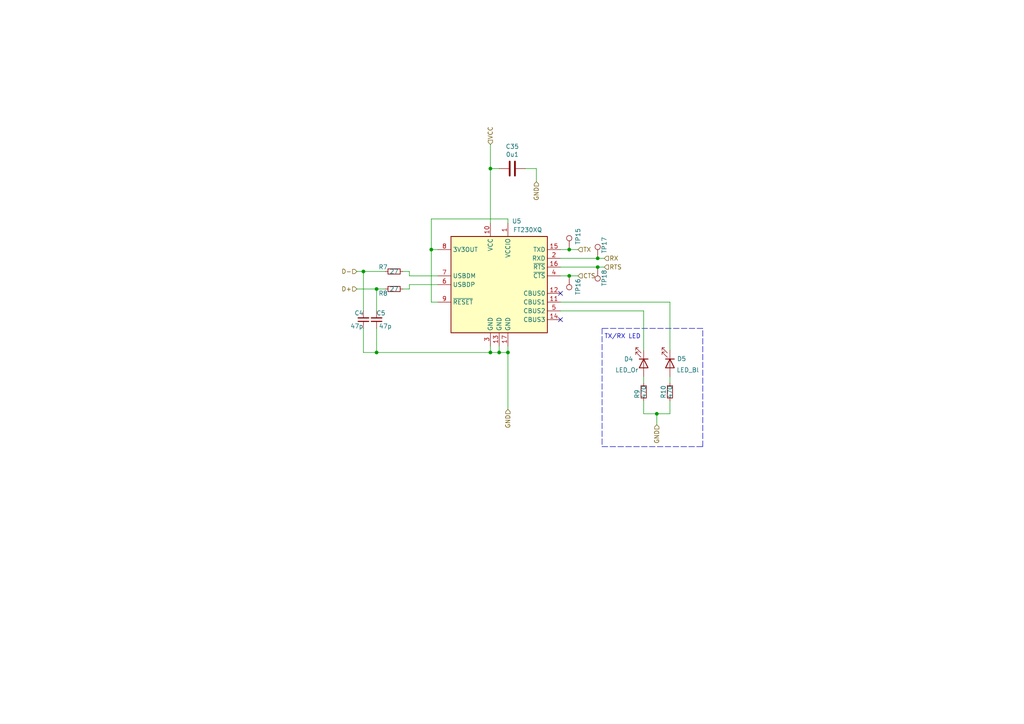
<source format=kicad_sch>
(kicad_sch (version 20211123) (generator eeschema)

  (uuid 03a9db64-1458-4e3a-9908-a4b898594b93)

  (paper "A4")

  (title_block
    (title "CDH_ECU")
    (date "2022-03-06")
    (rev "1.2.3")
    (company "Daniel Edwards")
    (comment 1 "Chinese Diesel Heater - modern ECU replacement")
  )

  (lib_symbols
    (symbol "Connector:TestPoint" (pin_numbers hide) (pin_names (offset 0.762) hide) (in_bom yes) (on_board yes)
      (property "Reference" "TP" (id 0) (at 0 6.858 0)
        (effects (font (size 1.27 1.27)))
      )
      (property "Value" "TestPoint" (id 1) (at 0 5.08 0)
        (effects (font (size 1.27 1.27)))
      )
      (property "Footprint" "" (id 2) (at 5.08 0 0)
        (effects (font (size 1.27 1.27)) hide)
      )
      (property "Datasheet" "~" (id 3) (at 5.08 0 0)
        (effects (font (size 1.27 1.27)) hide)
      )
      (property "ki_keywords" "test point tp" (id 4) (at 0 0 0)
        (effects (font (size 1.27 1.27)) hide)
      )
      (property "ki_description" "test point" (id 5) (at 0 0 0)
        (effects (font (size 1.27 1.27)) hide)
      )
      (property "ki_fp_filters" "Pin* Test*" (id 6) (at 0 0 0)
        (effects (font (size 1.27 1.27)) hide)
      )
      (symbol "TestPoint_0_1"
        (circle (center 0 3.302) (radius 0.762)
          (stroke (width 0) (type default) (color 0 0 0 0))
          (fill (type none))
        )
      )
      (symbol "TestPoint_1_1"
        (pin passive line (at 0 0 90) (length 2.54)
          (name "1" (effects (font (size 1.27 1.27))))
          (number "1" (effects (font (size 1.27 1.27))))
        )
      )
    )
    (symbol "Device:C" (pin_numbers hide) (pin_names (offset 0.254)) (in_bom yes) (on_board yes)
      (property "Reference" "C" (id 0) (at 0.635 2.54 0)
        (effects (font (size 1.27 1.27)) (justify left))
      )
      (property "Value" "C" (id 1) (at 0.635 -2.54 0)
        (effects (font (size 1.27 1.27)) (justify left))
      )
      (property "Footprint" "" (id 2) (at 0.9652 -3.81 0)
        (effects (font (size 1.27 1.27)) hide)
      )
      (property "Datasheet" "~" (id 3) (at 0 0 0)
        (effects (font (size 1.27 1.27)) hide)
      )
      (property "ki_keywords" "cap capacitor" (id 4) (at 0 0 0)
        (effects (font (size 1.27 1.27)) hide)
      )
      (property "ki_description" "Unpolarized capacitor" (id 5) (at 0 0 0)
        (effects (font (size 1.27 1.27)) hide)
      )
      (property "ki_fp_filters" "C_*" (id 6) (at 0 0 0)
        (effects (font (size 1.27 1.27)) hide)
      )
      (symbol "C_0_1"
        (polyline
          (pts
            (xy -2.032 -0.762)
            (xy 2.032 -0.762)
          )
          (stroke (width 0.508) (type default) (color 0 0 0 0))
          (fill (type none))
        )
        (polyline
          (pts
            (xy -2.032 0.762)
            (xy 2.032 0.762)
          )
          (stroke (width 0.508) (type default) (color 0 0 0 0))
          (fill (type none))
        )
      )
      (symbol "C_1_1"
        (pin passive line (at 0 3.81 270) (length 2.794)
          (name "~" (effects (font (size 1.27 1.27))))
          (number "1" (effects (font (size 1.27 1.27))))
        )
        (pin passive line (at 0 -3.81 90) (length 2.794)
          (name "~" (effects (font (size 1.27 1.27))))
          (number "2" (effects (font (size 1.27 1.27))))
        )
      )
    )
    (symbol "Device:C_Small" (pin_numbers hide) (pin_names (offset 0.254) hide) (in_bom yes) (on_board yes)
      (property "Reference" "C" (id 0) (at 0.254 1.778 0)
        (effects (font (size 1.27 1.27)) (justify left))
      )
      (property "Value" "C_Small" (id 1) (at 0.254 -2.032 0)
        (effects (font (size 1.27 1.27)) (justify left))
      )
      (property "Footprint" "" (id 2) (at 0 0 0)
        (effects (font (size 1.27 1.27)) hide)
      )
      (property "Datasheet" "~" (id 3) (at 0 0 0)
        (effects (font (size 1.27 1.27)) hide)
      )
      (property "ki_keywords" "capacitor cap" (id 4) (at 0 0 0)
        (effects (font (size 1.27 1.27)) hide)
      )
      (property "ki_description" "Unpolarized capacitor, small symbol" (id 5) (at 0 0 0)
        (effects (font (size 1.27 1.27)) hide)
      )
      (property "ki_fp_filters" "C_*" (id 6) (at 0 0 0)
        (effects (font (size 1.27 1.27)) hide)
      )
      (symbol "C_Small_0_1"
        (polyline
          (pts
            (xy -1.524 -0.508)
            (xy 1.524 -0.508)
          )
          (stroke (width 0.3302) (type default) (color 0 0 0 0))
          (fill (type none))
        )
        (polyline
          (pts
            (xy -1.524 0.508)
            (xy 1.524 0.508)
          )
          (stroke (width 0.3048) (type default) (color 0 0 0 0))
          (fill (type none))
        )
      )
      (symbol "C_Small_1_1"
        (pin passive line (at 0 2.54 270) (length 2.032)
          (name "~" (effects (font (size 1.27 1.27))))
          (number "1" (effects (font (size 1.27 1.27))))
        )
        (pin passive line (at 0 -2.54 90) (length 2.032)
          (name "~" (effects (font (size 1.27 1.27))))
          (number "2" (effects (font (size 1.27 1.27))))
        )
      )
    )
    (symbol "Device:LED" (pin_numbers hide) (pin_names (offset 1.016) hide) (in_bom yes) (on_board yes)
      (property "Reference" "D" (id 0) (at 0 2.54 0)
        (effects (font (size 1.27 1.27)))
      )
      (property "Value" "LED" (id 1) (at 0 -2.54 0)
        (effects (font (size 1.27 1.27)))
      )
      (property "Footprint" "" (id 2) (at 0 0 0)
        (effects (font (size 1.27 1.27)) hide)
      )
      (property "Datasheet" "~" (id 3) (at 0 0 0)
        (effects (font (size 1.27 1.27)) hide)
      )
      (property "ki_keywords" "LED diode" (id 4) (at 0 0 0)
        (effects (font (size 1.27 1.27)) hide)
      )
      (property "ki_description" "Light emitting diode" (id 5) (at 0 0 0)
        (effects (font (size 1.27 1.27)) hide)
      )
      (property "ki_fp_filters" "LED* LED_SMD:* LED_THT:*" (id 6) (at 0 0 0)
        (effects (font (size 1.27 1.27)) hide)
      )
      (symbol "LED_0_1"
        (polyline
          (pts
            (xy -1.27 -1.27)
            (xy -1.27 1.27)
          )
          (stroke (width 0.254) (type default) (color 0 0 0 0))
          (fill (type none))
        )
        (polyline
          (pts
            (xy -1.27 0)
            (xy 1.27 0)
          )
          (stroke (width 0) (type default) (color 0 0 0 0))
          (fill (type none))
        )
        (polyline
          (pts
            (xy 1.27 -1.27)
            (xy 1.27 1.27)
            (xy -1.27 0)
            (xy 1.27 -1.27)
          )
          (stroke (width 0.254) (type default) (color 0 0 0 0))
          (fill (type none))
        )
        (polyline
          (pts
            (xy -3.048 -0.762)
            (xy -4.572 -2.286)
            (xy -3.81 -2.286)
            (xy -4.572 -2.286)
            (xy -4.572 -1.524)
          )
          (stroke (width 0) (type default) (color 0 0 0 0))
          (fill (type none))
        )
        (polyline
          (pts
            (xy -1.778 -0.762)
            (xy -3.302 -2.286)
            (xy -2.54 -2.286)
            (xy -3.302 -2.286)
            (xy -3.302 -1.524)
          )
          (stroke (width 0) (type default) (color 0 0 0 0))
          (fill (type none))
        )
      )
      (symbol "LED_1_1"
        (pin passive line (at -3.81 0 0) (length 2.54)
          (name "K" (effects (font (size 1.27 1.27))))
          (number "1" (effects (font (size 1.27 1.27))))
        )
        (pin passive line (at 3.81 0 180) (length 2.54)
          (name "A" (effects (font (size 1.27 1.27))))
          (number "2" (effects (font (size 1.27 1.27))))
        )
      )
    )
    (symbol "Device:R_Small" (pin_numbers hide) (pin_names (offset 0.254) hide) (in_bom yes) (on_board yes)
      (property "Reference" "R" (id 0) (at 0.762 0.508 0)
        (effects (font (size 1.27 1.27)) (justify left))
      )
      (property "Value" "R_Small" (id 1) (at 0.762 -1.016 0)
        (effects (font (size 1.27 1.27)) (justify left))
      )
      (property "Footprint" "" (id 2) (at 0 0 0)
        (effects (font (size 1.27 1.27)) hide)
      )
      (property "Datasheet" "~" (id 3) (at 0 0 0)
        (effects (font (size 1.27 1.27)) hide)
      )
      (property "ki_keywords" "R resistor" (id 4) (at 0 0 0)
        (effects (font (size 1.27 1.27)) hide)
      )
      (property "ki_description" "Resistor, small symbol" (id 5) (at 0 0 0)
        (effects (font (size 1.27 1.27)) hide)
      )
      (property "ki_fp_filters" "R_*" (id 6) (at 0 0 0)
        (effects (font (size 1.27 1.27)) hide)
      )
      (symbol "R_Small_0_1"
        (rectangle (start -0.762 1.778) (end 0.762 -1.778)
          (stroke (width 0.2032) (type default) (color 0 0 0 0))
          (fill (type none))
        )
      )
      (symbol "R_Small_1_1"
        (pin passive line (at 0 2.54 270) (length 0.762)
          (name "~" (effects (font (size 1.27 1.27))))
          (number "1" (effects (font (size 1.27 1.27))))
        )
        (pin passive line (at 0 -2.54 90) (length 0.762)
          (name "~" (effects (font (size 1.27 1.27))))
          (number "2" (effects (font (size 1.27 1.27))))
        )
      )
    )
    (symbol "Interface_USB:FT230XQ" (in_bom yes) (on_board yes)
      (property "Reference" "U" (id 0) (at -13.97 15.24 0)
        (effects (font (size 1.27 1.27)) (justify left))
      )
      (property "Value" "FT230XQ" (id 1) (at 7.62 15.24 0)
        (effects (font (size 1.27 1.27)) (justify left))
      )
      (property "Footprint" "Package_DFN_QFN:QFN-16-1EP_4x4mm_P0.65mm_EP2.1x2.1mm" (id 2) (at 34.29 -15.24 0)
        (effects (font (size 1.27 1.27)) hide)
      )
      (property "Datasheet" "https://www.ftdichip.com/Support/Documents/DataSheets/ICs/DS_FT230X.pdf" (id 3) (at 0 0 0)
        (effects (font (size 1.27 1.27)) hide)
      )
      (property "ki_keywords" "FTDI USB UART interface converter" (id 4) (at 0 0 0)
        (effects (font (size 1.27 1.27)) hide)
      )
      (property "ki_description" "Full Speed USB to Basic UART, QFN-16" (id 5) (at 0 0 0)
        (effects (font (size 1.27 1.27)) hide)
      )
      (property "ki_fp_filters" "QFN*1EP*4x4mm*P0.65mm*" (id 6) (at 0 0 0)
        (effects (font (size 1.27 1.27)) hide)
      )
      (symbol "FT230XQ_0_1"
        (rectangle (start -13.97 13.97) (end 13.97 -13.97)
          (stroke (width 0.254) (type default) (color 0 0 0 0))
          (fill (type background))
        )
      )
      (symbol "FT230XQ_1_1"
        (pin power_in line (at 2.54 17.78 270) (length 3.81)
          (name "VCCIO" (effects (font (size 1.27 1.27))))
          (number "1" (effects (font (size 1.27 1.27))))
        )
        (pin power_in line (at -2.54 17.78 270) (length 3.81)
          (name "VCC" (effects (font (size 1.27 1.27))))
          (number "10" (effects (font (size 1.27 1.27))))
        )
        (pin bidirectional line (at 17.78 -5.08 180) (length 3.81)
          (name "CBUS1" (effects (font (size 1.27 1.27))))
          (number "11" (effects (font (size 1.27 1.27))))
        )
        (pin bidirectional line (at 17.78 -2.54 180) (length 3.81)
          (name "CBUS0" (effects (font (size 1.27 1.27))))
          (number "12" (effects (font (size 1.27 1.27))))
        )
        (pin power_in line (at 0 -17.78 90) (length 3.81)
          (name "GND" (effects (font (size 1.27 1.27))))
          (number "13" (effects (font (size 1.27 1.27))))
        )
        (pin bidirectional line (at 17.78 -10.16 180) (length 3.81)
          (name "CBUS3" (effects (font (size 1.27 1.27))))
          (number "14" (effects (font (size 1.27 1.27))))
        )
        (pin output line (at 17.78 10.16 180) (length 3.81)
          (name "TXD" (effects (font (size 1.27 1.27))))
          (number "15" (effects (font (size 1.27 1.27))))
        )
        (pin output line (at 17.78 5.08 180) (length 3.81)
          (name "~{RTS}" (effects (font (size 1.27 1.27))))
          (number "16" (effects (font (size 1.27 1.27))))
        )
        (pin power_in line (at 2.54 -17.78 90) (length 3.81)
          (name "GND" (effects (font (size 1.27 1.27))))
          (number "17" (effects (font (size 1.27 1.27))))
        )
        (pin input line (at 17.78 7.62 180) (length 3.81)
          (name "RXD" (effects (font (size 1.27 1.27))))
          (number "2" (effects (font (size 1.27 1.27))))
        )
        (pin power_in line (at -2.54 -17.78 90) (length 3.81)
          (name "GND" (effects (font (size 1.27 1.27))))
          (number "3" (effects (font (size 1.27 1.27))))
        )
        (pin input line (at 17.78 2.54 180) (length 3.81)
          (name "~{CTS}" (effects (font (size 1.27 1.27))))
          (number "4" (effects (font (size 1.27 1.27))))
        )
        (pin bidirectional line (at 17.78 -7.62 180) (length 3.81)
          (name "CBUS2" (effects (font (size 1.27 1.27))))
          (number "5" (effects (font (size 1.27 1.27))))
        )
        (pin bidirectional line (at -17.78 0 0) (length 3.81)
          (name "USBDP" (effects (font (size 1.27 1.27))))
          (number "6" (effects (font (size 1.27 1.27))))
        )
        (pin bidirectional line (at -17.78 2.54 0) (length 3.81)
          (name "USBDM" (effects (font (size 1.27 1.27))))
          (number "7" (effects (font (size 1.27 1.27))))
        )
        (pin power_out line (at -17.78 10.16 0) (length 3.81)
          (name "3V3OUT" (effects (font (size 1.27 1.27))))
          (number "8" (effects (font (size 1.27 1.27))))
        )
        (pin input line (at -17.78 -5.08 0) (length 3.81)
          (name "~{RESET}" (effects (font (size 1.27 1.27))))
          (number "9" (effects (font (size 1.27 1.27))))
        )
      )
    )
  )

  (junction (at 142.24 48.895) (diameter 0) (color 0 0 0 0)
    (uuid 038c21f4-1155-43f1-9905-ef5f67e9be30)
  )
  (junction (at 144.78 102.235) (diameter 0) (color 0 0 0 0)
    (uuid 0c4ca56f-46b3-4350-b924-8bff8953579b)
  )
  (junction (at 190.5 120.015) (diameter 0) (color 0 0 0 0)
    (uuid 50b4dff8-55fa-435d-8c73-e3ac4751acbf)
  )
  (junction (at 109.22 102.235) (diameter 0) (color 0 0 0 0)
    (uuid 5ecfa53d-e814-42c0-90ac-01f05d811292)
  )
  (junction (at 165.1 72.39) (diameter 0) (color 0 0 0 0)
    (uuid 6f30fdff-c20f-42fe-a0bb-392ac2040d71)
  )
  (junction (at 165.1 80.01) (diameter 0) (color 0 0 0 0)
    (uuid 7b2bc49a-24e6-4188-b730-efeb5e203186)
  )
  (junction (at 105.41 78.74) (diameter 0) (color 0 0 0 0)
    (uuid 8bbf88b8-dfe5-41b1-84c6-537846255a3a)
  )
  (junction (at 142.24 102.235) (diameter 0) (color 0 0 0 0)
    (uuid 8da46c68-a444-4ca8-9bb6-5c92cacfc2de)
  )
  (junction (at 173.355 74.93) (diameter 0) (color 0 0 0 0)
    (uuid aa2875e3-573f-45fc-b05f-a3097f06c5ea)
  )
  (junction (at 147.32 102.235) (diameter 0) (color 0 0 0 0)
    (uuid af5f82eb-7381-45c1-911f-63706ce69f00)
  )
  (junction (at 173.355 77.47) (diameter 0) (color 0 0 0 0)
    (uuid c36ee5eb-1938-4521-841a-f9b3045572b0)
  )
  (junction (at 109.22 83.82) (diameter 0) (color 0 0 0 0)
    (uuid d6aa4213-3832-41ec-9a64-2065712adb0c)
  )
  (junction (at 125.095 72.39) (diameter 0) (color 0 0 0 0)
    (uuid e2fa4aef-8c4e-4fd4-bd5a-8e21568c68d9)
  )

  (no_connect (at 162.56 85.09) (uuid 79c220a4-de13-454e-bfd7-e03dbff747aa))
  (no_connect (at 162.56 92.71) (uuid ab76acce-7733-4e0d-a091-dd17a8053796))

  (wire (pts (xy 118.745 82.55) (xy 127 82.55))
    (stroke (width 0) (type default) (color 0 0 0 0))
    (uuid 000f9de8-cfbf-42e0-baa5-fd6a817ce7d8)
  )
  (wire (pts (xy 162.56 74.93) (xy 173.355 74.93))
    (stroke (width 0) (type default) (color 0 0 0 0))
    (uuid 01349b52-15eb-4b32-ab2d-976a36f4eb7d)
  )
  (wire (pts (xy 109.22 83.82) (xy 109.22 90.17))
    (stroke (width 0) (type default) (color 0 0 0 0))
    (uuid 035ac58f-af7d-436e-8886-fe816881f3a6)
  )
  (wire (pts (xy 173.355 77.47) (xy 162.56 77.47))
    (stroke (width 0) (type default) (color 0 0 0 0))
    (uuid 0ff4c155-b3d4-4c57-86e8-63127e55cbb5)
  )
  (wire (pts (xy 105.41 78.74) (xy 111.76 78.74))
    (stroke (width 0) (type default) (color 0 0 0 0))
    (uuid 12dd8d94-1c72-4568-9c9f-457591d4222a)
  )
  (wire (pts (xy 142.24 48.895) (xy 144.78 48.895))
    (stroke (width 0) (type default) (color 0 0 0 0))
    (uuid 1e9a3604-4491-4c4e-a1f6-a500ac268689)
  )
  (polyline (pts (xy 203.835 95.25) (xy 174.625 95.25))
    (stroke (width 0) (type default) (color 0 0 0 0))
    (uuid 25400207-7ba2-4e1e-8d80-f6fe9bbe5b38)
  )

  (wire (pts (xy 186.69 116.205) (xy 186.69 120.015))
    (stroke (width 0) (type default) (color 0 0 0 0))
    (uuid 2e72f679-f18f-4306-848b-040e9947cbb1)
  )
  (wire (pts (xy 147.32 102.235) (xy 147.32 118.745))
    (stroke (width 0) (type default) (color 0 0 0 0))
    (uuid 2f5a0600-0d2d-4b33-916a-47c0901288bb)
  )
  (wire (pts (xy 165.1 72.39) (xy 167.64 72.39))
    (stroke (width 0) (type default) (color 0 0 0 0))
    (uuid 30e7c7bf-392c-4cd5-964e-5d496b275ab3)
  )
  (wire (pts (xy 118.745 83.82) (xy 116.84 83.82))
    (stroke (width 0) (type default) (color 0 0 0 0))
    (uuid 34e7add7-4e89-45ca-861c-34c1ec0d40a9)
  )
  (wire (pts (xy 125.095 63.5) (xy 147.32 63.5))
    (stroke (width 0) (type default) (color 0 0 0 0))
    (uuid 40c6a0ee-81e7-4b50-a98f-832dafa20b9b)
  )
  (polyline (pts (xy 174.625 129.54) (xy 203.835 129.54))
    (stroke (width 0) (type default) (color 0 0 0 0))
    (uuid 44af66ae-a12c-44b4-9e0c-72907b6d7d9b)
  )

  (wire (pts (xy 186.69 111.125) (xy 186.69 109.22))
    (stroke (width 0) (type default) (color 0 0 0 0))
    (uuid 47836759-11be-4f65-9474-87b31364f8dd)
  )
  (wire (pts (xy 103.505 83.82) (xy 109.22 83.82))
    (stroke (width 0) (type default) (color 0 0 0 0))
    (uuid 499da106-a903-427c-9704-8b00562ef7aa)
  )
  (wire (pts (xy 186.69 90.17) (xy 162.56 90.17))
    (stroke (width 0) (type default) (color 0 0 0 0))
    (uuid 4add2a46-d889-4d0b-8b3e-21e57753a081)
  )
  (wire (pts (xy 105.41 95.25) (xy 105.41 102.235))
    (stroke (width 0) (type default) (color 0 0 0 0))
    (uuid 50ba18f5-e4c4-4a24-900b-dfd70ebb69d2)
  )
  (wire (pts (xy 155.575 48.895) (xy 152.4 48.895))
    (stroke (width 0) (type default) (color 0 0 0 0))
    (uuid 5823fc81-f6fe-4d29-a536-be80ef1d9208)
  )
  (wire (pts (xy 194.31 101.6) (xy 194.31 87.63))
    (stroke (width 0) (type default) (color 0 0 0 0))
    (uuid 587feeb8-c85c-4259-80c9-5b83a2a9dffa)
  )
  (wire (pts (xy 118.745 83.82) (xy 118.745 82.55))
    (stroke (width 0) (type default) (color 0 0 0 0))
    (uuid 5adbff33-14c0-4b7f-acc8-1e142a6afb46)
  )
  (wire (pts (xy 105.41 102.235) (xy 109.22 102.235))
    (stroke (width 0) (type default) (color 0 0 0 0))
    (uuid 62557183-723a-4798-a70f-381990b489a7)
  )
  (wire (pts (xy 147.32 64.77) (xy 147.32 63.5))
    (stroke (width 0) (type default) (color 0 0 0 0))
    (uuid 63967581-6e7a-47e3-85e8-f9f8367739e3)
  )
  (wire (pts (xy 125.095 72.39) (xy 127 72.39))
    (stroke (width 0) (type default) (color 0 0 0 0))
    (uuid 644425b9-5eb3-4cf1-b742-b4ca09e49f00)
  )
  (wire (pts (xy 190.5 120.015) (xy 194.31 120.015))
    (stroke (width 0) (type default) (color 0 0 0 0))
    (uuid 6bef994a-775b-4d4f-bf69-479cd86544c8)
  )
  (wire (pts (xy 194.31 120.015) (xy 194.31 116.205))
    (stroke (width 0) (type default) (color 0 0 0 0))
    (uuid 6f565934-79e0-4309-ab8c-f5b6b7725ad3)
  )
  (wire (pts (xy 109.22 102.235) (xy 142.24 102.235))
    (stroke (width 0) (type default) (color 0 0 0 0))
    (uuid 74c90249-551d-4797-8140-6774a56c866c)
  )
  (wire (pts (xy 162.56 72.39) (xy 165.1 72.39))
    (stroke (width 0) (type default) (color 0 0 0 0))
    (uuid 782f562c-e96a-465c-94e9-c31e111c1cfa)
  )
  (wire (pts (xy 116.84 78.74) (xy 118.745 78.74))
    (stroke (width 0) (type default) (color 0 0 0 0))
    (uuid 7f99fb1c-d998-4d9b-9039-35d7b3eb9465)
  )
  (wire (pts (xy 105.41 90.17) (xy 105.41 78.74))
    (stroke (width 0) (type default) (color 0 0 0 0))
    (uuid 80f7db7d-29f4-4c12-95eb-956cfe413903)
  )
  (polyline (pts (xy 203.835 129.54) (xy 203.835 95.25))
    (stroke (width 0) (type default) (color 0 0 0 0))
    (uuid 81543b79-1e50-4bb8-b925-bd62ad4a0dd8)
  )

  (wire (pts (xy 109.22 95.25) (xy 109.22 102.235))
    (stroke (width 0) (type default) (color 0 0 0 0))
    (uuid 82b2636f-d6be-4fdd-99d3-3acb0391665a)
  )
  (wire (pts (xy 175.26 77.47) (xy 173.355 77.47))
    (stroke (width 0) (type default) (color 0 0 0 0))
    (uuid 85dbe714-b871-4f3b-8378-16b0711926ad)
  )
  (wire (pts (xy 147.32 102.235) (xy 147.32 100.33))
    (stroke (width 0) (type default) (color 0 0 0 0))
    (uuid 8687958d-74ae-45e8-9078-377df54df8bd)
  )
  (wire (pts (xy 165.1 80.01) (xy 162.56 80.01))
    (stroke (width 0) (type default) (color 0 0 0 0))
    (uuid 89149c12-c730-46f4-ae67-b33b069c1f0e)
  )
  (wire (pts (xy 173.355 74.93) (xy 175.26 74.93))
    (stroke (width 0) (type default) (color 0 0 0 0))
    (uuid 93609022-bcbe-4e82-abfa-9fe63fad700f)
  )
  (wire (pts (xy 109.22 83.82) (xy 111.76 83.82))
    (stroke (width 0) (type default) (color 0 0 0 0))
    (uuid 9b2913aa-2e6f-4a94-a0c7-53573f96600d)
  )
  (wire (pts (xy 118.745 80.01) (xy 127 80.01))
    (stroke (width 0) (type default) (color 0 0 0 0))
    (uuid 9bc94638-80fd-451f-803d-62221df40fc5)
  )
  (wire (pts (xy 194.31 87.63) (xy 162.56 87.63))
    (stroke (width 0) (type default) (color 0 0 0 0))
    (uuid 9edddb9f-c7b9-4c8b-941d-c06a4da44e12)
  )
  (wire (pts (xy 142.24 48.895) (xy 142.24 64.77))
    (stroke (width 0) (type default) (color 0 0 0 0))
    (uuid 9fe7440a-2197-4180-adc7-528b33c198e6)
  )
  (wire (pts (xy 118.745 78.74) (xy 118.745 80.01))
    (stroke (width 0) (type default) (color 0 0 0 0))
    (uuid a27706f4-83ae-4dda-9285-381d7210ff0c)
  )
  (wire (pts (xy 103.505 78.74) (xy 105.41 78.74))
    (stroke (width 0) (type default) (color 0 0 0 0))
    (uuid a3d9ee39-4744-4d8a-8518-b024ea7550c3)
  )
  (wire (pts (xy 190.5 120.015) (xy 190.5 123.19))
    (stroke (width 0) (type default) (color 0 0 0 0))
    (uuid ae6c9e6d-aafa-464f-a2bc-107cbe65ce24)
  )
  (wire (pts (xy 125.095 72.39) (xy 125.095 87.63))
    (stroke (width 0) (type default) (color 0 0 0 0))
    (uuid c35e1e0b-9525-4011-86c4-635082a78004)
  )
  (wire (pts (xy 142.24 41.91) (xy 142.24 48.895))
    (stroke (width 0) (type default) (color 0 0 0 0))
    (uuid c5b9402b-8d30-445c-9fdd-677320634210)
  )
  (wire (pts (xy 194.31 109.22) (xy 194.31 111.125))
    (stroke (width 0) (type default) (color 0 0 0 0))
    (uuid c721483b-a090-4925-ad85-6cb6aa3f6e5e)
  )
  (wire (pts (xy 142.24 100.33) (xy 142.24 102.235))
    (stroke (width 0) (type default) (color 0 0 0 0))
    (uuid d07192a6-3984-42bf-9e7a-5733f77573d9)
  )
  (wire (pts (xy 155.575 48.895) (xy 155.575 52.705))
    (stroke (width 0) (type default) (color 0 0 0 0))
    (uuid d6e0ae20-364b-4dc0-98fc-5dd378237233)
  )
  (wire (pts (xy 186.69 101.6) (xy 186.69 90.17))
    (stroke (width 0) (type default) (color 0 0 0 0))
    (uuid d7d1278b-b1ed-419f-8343-51997654e08c)
  )
  (wire (pts (xy 144.78 102.235) (xy 147.32 102.235))
    (stroke (width 0) (type default) (color 0 0 0 0))
    (uuid db6f33ea-8687-45cc-abba-6ee083c226ae)
  )
  (wire (pts (xy 125.095 87.63) (xy 127 87.63))
    (stroke (width 0) (type default) (color 0 0 0 0))
    (uuid e0647528-b8f6-4abf-80f7-84c22f028381)
  )
  (wire (pts (xy 186.69 120.015) (xy 190.5 120.015))
    (stroke (width 0) (type default) (color 0 0 0 0))
    (uuid e4082981-7629-41fe-897f-36c43a3b1ad1)
  )
  (wire (pts (xy 167.64 80.01) (xy 165.1 80.01))
    (stroke (width 0) (type default) (color 0 0 0 0))
    (uuid f4421140-9296-4156-ac49-bc75bc711f21)
  )
  (wire (pts (xy 144.78 102.235) (xy 144.78 100.33))
    (stroke (width 0) (type default) (color 0 0 0 0))
    (uuid f85e017c-e36b-4e4f-916a-369929d276c1)
  )
  (wire (pts (xy 125.095 63.5) (xy 125.095 72.39))
    (stroke (width 0) (type default) (color 0 0 0 0))
    (uuid fc2ddb86-3a5c-49c7-a594-67d743e1b4d0)
  )
  (polyline (pts (xy 174.625 95.25) (xy 174.625 129.54))
    (stroke (width 0) (type default) (color 0 0 0 0))
    (uuid fd33cd8a-022b-4cd1-b6e2-144a02ffeb84)
  )

  (wire (pts (xy 142.24 102.235) (xy 144.78 102.235))
    (stroke (width 0) (type default) (color 0 0 0 0))
    (uuid ff4ef83c-71d4-4ffd-a974-d857f425258c)
  )

  (text "TX/RX LED" (at 175.26 98.425 0)
    (effects (font (size 1.27 1.27)) (justify left bottom))
    (uuid c5b50c1f-cc5b-4914-aa15-df909ae3eb94)
  )

  (hierarchical_label "GND" (shape input) (at 147.32 118.745 270)
    (effects (font (size 1.27 1.27)) (justify right))
    (uuid 07223fa2-2a20-49c9-a9c0-1939ab783811)
  )
  (hierarchical_label "RX" (shape input) (at 175.26 74.93 0)
    (effects (font (size 1.27 1.27)) (justify left))
    (uuid 2a7b1c33-4bfd-4cdc-9032-3bf86467dbc2)
  )
  (hierarchical_label "VCC" (shape input) (at 142.24 41.91 90)
    (effects (font (size 1.27 1.27)) (justify left))
    (uuid 4a225263-8e82-4521-924f-d5d600c72902)
  )
  (hierarchical_label "D-" (shape input) (at 103.505 78.74 180)
    (effects (font (size 1.27 1.27)) (justify right))
    (uuid 7019a2e5-3cab-487d-8a58-98e8d06348c0)
  )
  (hierarchical_label "GND" (shape input) (at 190.5 123.19 270)
    (effects (font (size 1.27 1.27)) (justify right))
    (uuid 7706110d-f78c-4e82-a3c4-6a7b206d97b4)
  )
  (hierarchical_label "D+" (shape input) (at 103.505 83.82 180)
    (effects (font (size 1.27 1.27)) (justify right))
    (uuid a2349b2f-ed87-45ed-9ae0-264cd72ef398)
  )
  (hierarchical_label "RTS" (shape input) (at 175.26 77.47 0)
    (effects (font (size 1.27 1.27)) (justify left))
    (uuid a3723772-4f17-46d5-874f-3914125ff865)
  )
  (hierarchical_label "GND" (shape input) (at 155.575 52.705 270)
    (effects (font (size 1.27 1.27)) (justify right))
    (uuid df693d63-188a-4848-9295-54d2006b6795)
  )
  (hierarchical_label "TX" (shape input) (at 167.64 72.39 0)
    (effects (font (size 1.27 1.27)) (justify left))
    (uuid e93aaed8-c623-4dfc-8a4f-77050525fb61)
  )
  (hierarchical_label "CTS" (shape input) (at 167.64 80.01 0)
    (effects (font (size 1.27 1.27)) (justify left))
    (uuid f2320fcd-1239-47a3-8298-96a44492d11c)
  )

  (symbol (lib_id "Device:R_Small") (at 186.69 113.665 0) (unit 1)
    (in_bom yes) (on_board yes)
    (uuid 0dc5970a-bc6a-4359-b192-85ac3956794a)
    (property "Reference" "R9" (id 0) (at 184.785 114.3 90))
    (property "Value" "470" (id 1) (at 186.69 113.665 90))
    (property "Footprint" "Resistor_SMD:R_0805_2012Metric" (id 2) (at 186.69 113.665 0)
      (effects (font (size 1.27 1.27)) hide)
    )
    (property "Datasheet" "~" (id 3) (at 186.69 113.665 0)
      (effects (font (size 1.27 1.27)) hide)
    )
    (pin "1" (uuid fae6862c-f2ee-43df-ab13-2a9162682c1c))
    (pin "2" (uuid 1f93c612-b23c-4313-820a-1d063b3052fb))
  )

  (symbol (lib_id "Device:R_Small") (at 114.3 78.74 270) (unit 1)
    (in_bom yes) (on_board yes)
    (uuid 187367ee-d4b1-4e75-a595-6b4d9e73ee71)
    (property "Reference" "R7" (id 0) (at 111.125 77.47 90))
    (property "Value" "27" (id 1) (at 114.3 78.74 90))
    (property "Footprint" "Resistor_SMD:R_0805_2012Metric" (id 2) (at 114.3 78.74 0)
      (effects (font (size 1.27 1.27)) hide)
    )
    (property "Datasheet" "~" (id 3) (at 114.3 78.74 0)
      (effects (font (size 1.27 1.27)) hide)
    )
    (pin "1" (uuid d81fd69e-aedb-4a78-8324-cf8be8ba1a18))
    (pin "2" (uuid eb914207-9870-47e8-8542-9a635ed45ca1))
  )

  (symbol (lib_id "Interface_USB:FT230XQ") (at 144.78 82.55 0) (unit 1)
    (in_bom yes) (on_board yes)
    (uuid 4c265815-25fb-4dfc-a7c8-903a31695dfc)
    (property "Reference" "U5" (id 0) (at 149.86 64.135 0))
    (property "Value" "FT230XQ" (id 1) (at 153.035 66.675 0))
    (property "Footprint" "Package_DFN_QFN:QFN-16-1EP_4x4mm_P0.65mm_EP2.1x2.1mm" (id 2) (at 179.07 97.79 0)
      (effects (font (size 1.27 1.27)) hide)
    )
    (property "Datasheet" "https://www.ftdichip.com/Support/Documents/DataSheets/ICs/DS_FT230X.pdf" (id 3) (at 144.78 82.55 0)
      (effects (font (size 1.27 1.27)) hide)
    )
    (pin "1" (uuid 292a0100-9497-48eb-9363-f690bf679e10))
    (pin "10" (uuid a5525ff7-d4bd-47ef-9c6a-06dfdd7508e3))
    (pin "11" (uuid 6d7519c3-50bd-4c22-8dc9-0e594020af4f))
    (pin "12" (uuid d49c0c9f-da7a-4c55-8341-86e29b748a93))
    (pin "13" (uuid 19cc0512-86d1-46c5-917e-2ce41e2f765b))
    (pin "14" (uuid 9000c5cf-025c-4794-a5a6-15edbd17c982))
    (pin "15" (uuid 13529194-fd50-4a67-8941-5f1c9534a508))
    (pin "16" (uuid 39ea44fc-f363-4a63-b495-23e8497ae0ee))
    (pin "17" (uuid d2469c58-a6c0-4774-a74f-edbfcb9699f4))
    (pin "2" (uuid d282447d-f85c-4209-afab-f76662fb4145))
    (pin "3" (uuid a52efdd8-9266-446b-a440-4f12d9521038))
    (pin "4" (uuid 43447438-9126-49e9-b27c-6b181ee72e3c))
    (pin "5" (uuid 38988ee8-0f05-4de3-a8cd-e315b9277f39))
    (pin "6" (uuid 652abeaf-9586-401b-a38e-b8d2e7cc068b))
    (pin "7" (uuid eb64753f-50ec-4698-a9a7-12c2fa949d62))
    (pin "8" (uuid 7ceb9694-6918-4055-bdb7-a860e9b1c4c3))
    (pin "9" (uuid b1f7d1a1-f76f-49af-9f43-97a09548bef0))
  )

  (symbol (lib_id "Device:LED") (at 194.31 105.41 270) (unit 1)
    (in_bom yes) (on_board yes)
    (uuid 53e5f3f7-4b26-4550-97e2-d2a67c892a55)
    (property "Reference" "D5" (id 0) (at 196.342 104.0638 90)
      (effects (font (size 1.27 1.27)) (justify left))
    )
    (property "Value" "LED_Bl" (id 1) (at 196.215 107.315 90)
      (effects (font (size 1.27 1.27)) (justify left))
    )
    (property "Footprint" "SamacSys_Parts:LEDC1608X80N" (id 2) (at 194.31 105.41 0)
      (effects (font (size 1.27 1.27)) hide)
    )
    (property "Datasheet" "~" (id 3) (at 194.31 105.41 0)
      (effects (font (size 1.27 1.27)) hide)
    )
    (pin "1" (uuid 7a97b2df-219a-4974-a015-352af5ce89cf))
    (pin "2" (uuid 87a90ad0-2d2f-4761-b465-0ae9f5d12d53))
  )

  (symbol (lib_id "Device:C_Small") (at 105.41 92.71 180) (unit 1)
    (in_bom yes) (on_board yes)
    (uuid 621d6424-47af-4028-8b63-d608ca8a44c4)
    (property "Reference" "C4" (id 0) (at 104.14 90.805 0))
    (property "Value" "47p" (id 1) (at 103.505 94.615 0))
    (property "Footprint" "Capacitor_SMD:C_0805_2012Metric" (id 2) (at 105.41 92.71 0)
      (effects (font (size 1.27 1.27)) hide)
    )
    (property "Datasheet" "~" (id 3) (at 105.41 92.71 0)
      (effects (font (size 1.27 1.27)) hide)
    )
    (pin "1" (uuid ec2d732d-0a51-4aff-ac33-fed54c721e37))
    (pin "2" (uuid 58d37dd8-9314-4a13-93cc-776da3157f8e))
  )

  (symbol (lib_id "Device:LED") (at 186.69 105.41 270) (unit 1)
    (in_bom yes) (on_board yes)
    (uuid 83e7e3cf-5652-41bb-b673-82ff0a4f0c4a)
    (property "Reference" "D4" (id 0) (at 180.975 104.14 90)
      (effects (font (size 1.27 1.27)) (justify left))
    )
    (property "Value" "LED_Or" (id 1) (at 178.435 107.315 90)
      (effects (font (size 1.27 1.27)) (justify left))
    )
    (property "Footprint" "SamacSys_Parts:LEDC1608X80N" (id 2) (at 186.69 105.41 0)
      (effects (font (size 1.27 1.27)) hide)
    )
    (property "Datasheet" "~" (id 3) (at 186.69 105.41 0)
      (effects (font (size 1.27 1.27)) hide)
    )
    (pin "1" (uuid 81fb31a4-ceb7-4dd9-9a2c-b5ad4081230b))
    (pin "2" (uuid 283e4b5e-0a91-46b7-872d-501194a46aee))
  )

  (symbol (lib_id "Connector:TestPoint") (at 165.1 72.39 0) (unit 1)
    (in_bom yes) (on_board yes)
    (uuid b0f31661-b48b-430d-bbfa-e17b0c438a07)
    (property "Reference" "TP15" (id 0) (at 167.64 68.58 90))
    (property "Value" "TestPoint" (id 1) (at 165.1 62.865 90)
      (effects (font (size 1.27 1.27)) hide)
    )
    (property "Footprint" "TestPoint:TestPoint_Pad_D1.5mm" (id 2) (at 170.18 72.39 0)
      (effects (font (size 1.27 1.27)) hide)
    )
    (property "Datasheet" "~" (id 3) (at 170.18 72.39 0)
      (effects (font (size 1.27 1.27)) hide)
    )
    (pin "1" (uuid 9604edc4-b787-48dd-a655-51278e6d112a))
  )

  (symbol (lib_id "Device:C") (at 148.59 48.895 270) (unit 1)
    (in_bom yes) (on_board yes)
    (uuid bf3e0d3b-7604-45fc-8bd6-6322a5c1810c)
    (property "Reference" "C35" (id 0) (at 148.59 42.4942 90))
    (property "Value" "0u1" (id 1) (at 148.59 44.8056 90))
    (property "Footprint" "Capacitor_SMD:C_0805_2012Metric" (id 2) (at 144.78 49.8602 0)
      (effects (font (size 1.27 1.27)) hide)
    )
    (property "Datasheet" "~" (id 3) (at 148.59 48.895 0)
      (effects (font (size 1.27 1.27)) hide)
    )
    (pin "1" (uuid ea7cf03a-9bf8-485a-b7b7-a5bd4a7cdb57))
    (pin "2" (uuid afeea431-fe8c-4b96-b632-f45d4d275fa8))
  )

  (symbol (lib_id "Connector:TestPoint") (at 165.1 80.01 180) (unit 1)
    (in_bom yes) (on_board yes)
    (uuid d2e61d08-036d-490a-b52e-77487b9ad146)
    (property "Reference" "TP16" (id 0) (at 167.64 83.185 90))
    (property "Value" "TestPoint" (id 1) (at 165.1 89.535 90)
      (effects (font (size 1.27 1.27)) hide)
    )
    (property "Footprint" "TestPoint:TestPoint_Pad_D1.5mm" (id 2) (at 160.02 80.01 0)
      (effects (font (size 1.27 1.27)) hide)
    )
    (property "Datasheet" "~" (id 3) (at 160.02 80.01 0)
      (effects (font (size 1.27 1.27)) hide)
    )
    (pin "1" (uuid 1a585a37-f891-4058-8156-f5208a176bb7))
  )

  (symbol (lib_id "Connector:TestPoint") (at 173.355 74.93 0) (unit 1)
    (in_bom yes) (on_board yes)
    (uuid d4dbb06a-5fe1-45ee-b89e-6ab468aabfed)
    (property "Reference" "TP17" (id 0) (at 175.26 71.12 90))
    (property "Value" "TestPoint" (id 1) (at 173.355 65.405 90)
      (effects (font (size 1.27 1.27)) hide)
    )
    (property "Footprint" "TestPoint:TestPoint_Pad_D1.5mm" (id 2) (at 178.435 74.93 0)
      (effects (font (size 1.27 1.27)) hide)
    )
    (property "Datasheet" "~" (id 3) (at 178.435 74.93 0)
      (effects (font (size 1.27 1.27)) hide)
    )
    (pin "1" (uuid d04dd1fd-8699-4680-abfb-ec8be7b68bc1))
  )

  (symbol (lib_id "Device:C_Small") (at 109.22 92.71 180) (unit 1)
    (in_bom yes) (on_board yes)
    (uuid e3440fc4-d90e-4a5a-910b-deb5eca7a39c)
    (property "Reference" "C5" (id 0) (at 110.49 90.805 0))
    (property "Value" "47p" (id 1) (at 111.76 94.615 0))
    (property "Footprint" "Capacitor_SMD:C_0805_2012Metric" (id 2) (at 109.22 92.71 0)
      (effects (font (size 1.27 1.27)) hide)
    )
    (property "Datasheet" "~" (id 3) (at 109.22 92.71 0)
      (effects (font (size 1.27 1.27)) hide)
    )
    (pin "1" (uuid 3a7d8800-0c5f-4495-828e-3101bc3d29a5))
    (pin "2" (uuid c87c9516-50c8-4dbe-837b-ffb909c20fd0))
  )

  (symbol (lib_id "Device:R_Small") (at 194.31 113.665 0) (unit 1)
    (in_bom yes) (on_board yes)
    (uuid e437f5de-44ac-4c70-94d9-85ceef6e24a6)
    (property "Reference" "R10" (id 0) (at 192.405 113.665 90))
    (property "Value" "470" (id 1) (at 194.31 113.665 90))
    (property "Footprint" "Resistor_SMD:R_0805_2012Metric" (id 2) (at 194.31 113.665 0)
      (effects (font (size 1.27 1.27)) hide)
    )
    (property "Datasheet" "~" (id 3) (at 194.31 113.665 0)
      (effects (font (size 1.27 1.27)) hide)
    )
    (pin "1" (uuid 04b863e8-2177-41a1-be5d-35ddaa283279))
    (pin "2" (uuid b7b0988f-cd16-42cd-a4e4-ef7332363c68))
  )

  (symbol (lib_id "Connector:TestPoint") (at 173.355 77.47 180) (unit 1)
    (in_bom yes) (on_board yes)
    (uuid f57d1716-68dc-4b49-9d15-7230c270fe5b)
    (property "Reference" "TP18" (id 0) (at 175.26 80.645 90))
    (property "Value" "TestPoint" (id 1) (at 173.355 86.995 90)
      (effects (font (size 1.27 1.27)) hide)
    )
    (property "Footprint" "TestPoint:TestPoint_Pad_D1.5mm" (id 2) (at 168.275 77.47 0)
      (effects (font (size 1.27 1.27)) hide)
    )
    (property "Datasheet" "~" (id 3) (at 168.275 77.47 0)
      (effects (font (size 1.27 1.27)) hide)
    )
    (pin "1" (uuid 5939ec8f-8986-4740-b9e5-9e0c4a599c07))
  )

  (symbol (lib_id "Device:R_Small") (at 114.3 83.82 90) (unit 1)
    (in_bom yes) (on_board yes)
    (uuid fc14211b-3bb5-4863-83a9-29095b0ccf93)
    (property "Reference" "R8" (id 0) (at 111.125 85.09 90))
    (property "Value" "27" (id 1) (at 114.3 83.82 90))
    (property "Footprint" "Resistor_SMD:R_0805_2012Metric" (id 2) (at 114.3 83.82 0)
      (effects (font (size 1.27 1.27)) hide)
    )
    (property "Datasheet" "~" (id 3) (at 114.3 83.82 0)
      (effects (font (size 1.27 1.27)) hide)
    )
    (pin "1" (uuid 510a1f63-11a8-420d-9f6a-4ed9465d8087))
    (pin "2" (uuid 2331deb6-f3d9-4783-b5fe-c17fb60abc49))
  )
)

</source>
